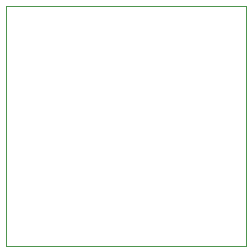
<source format=gbr>
%TF.GenerationSoftware,KiCad,Pcbnew,(5.1.9)-1*%
%TF.CreationDate,2021-06-01T13:49:10+02:00*%
%TF.ProjectId,17_CAN_Controller,31375f43-414e-45f4-936f-6e74726f6c6c,rev?*%
%TF.SameCoordinates,Original*%
%TF.FileFunction,Paste,Bot*%
%TF.FilePolarity,Positive*%
%FSLAX46Y46*%
G04 Gerber Fmt 4.6, Leading zero omitted, Abs format (unit mm)*
G04 Created by KiCad (PCBNEW (5.1.9)-1) date 2021-06-01 13:49:10*
%MOMM*%
%LPD*%
G01*
G04 APERTURE LIST*
%TA.AperFunction,Profile*%
%ADD10C,0.050000*%
%TD*%
G04 APERTURE END LIST*
D10*
X100330000Y-82550000D02*
X120650000Y-82550000D01*
X100330000Y-62230000D02*
X101600000Y-62230000D01*
X100330000Y-64770000D02*
X100330000Y-62230000D01*
X100330000Y-72390000D02*
X100330000Y-67310000D01*
X120650000Y-62230000D02*
X120650000Y-82550000D01*
X101600000Y-62230000D02*
X120650000Y-62230000D01*
X100330000Y-80010000D02*
X100330000Y-82550000D01*
X100330000Y-64770000D02*
X100330000Y-67310000D01*
X100330000Y-80010000D02*
X100330000Y-72390000D01*
M02*

</source>
